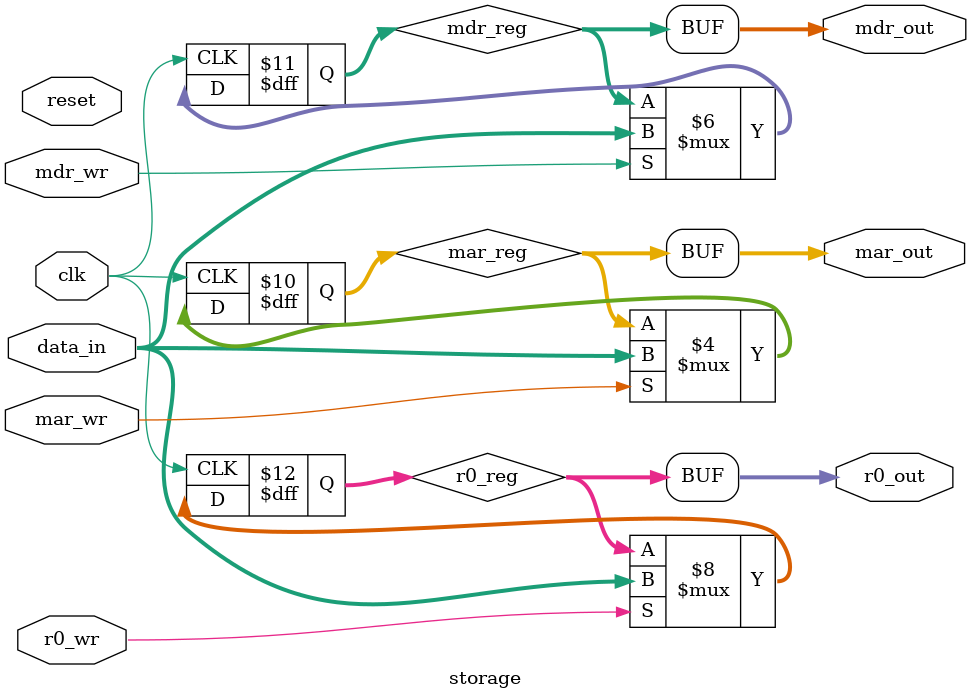
<source format=v>
module storage(
   input 	reset, clk, r0_wr, mdr_wr, mar_wr,
   input [7:0] 	data_in,
   output [7:0] r0_out, mdr_out, mar_out
);
   reg [7:0]  r0_reg, mdr_reg, mar_reg;
   
   always @(posedge clk)
     if (r0_wr)
       r0_reg <= data_in;

   always @(posedge clk)
     if (mdr_wr)
       mdr_reg <= data_in;

   always @(posedge clk)
     if (mar_wr)
       mar_reg <= data_in;

   assign r0_out = r0_reg;
   assign mdr_out = mdr_reg;
   assign mar_out = mar_reg;   
endmodule

</source>
